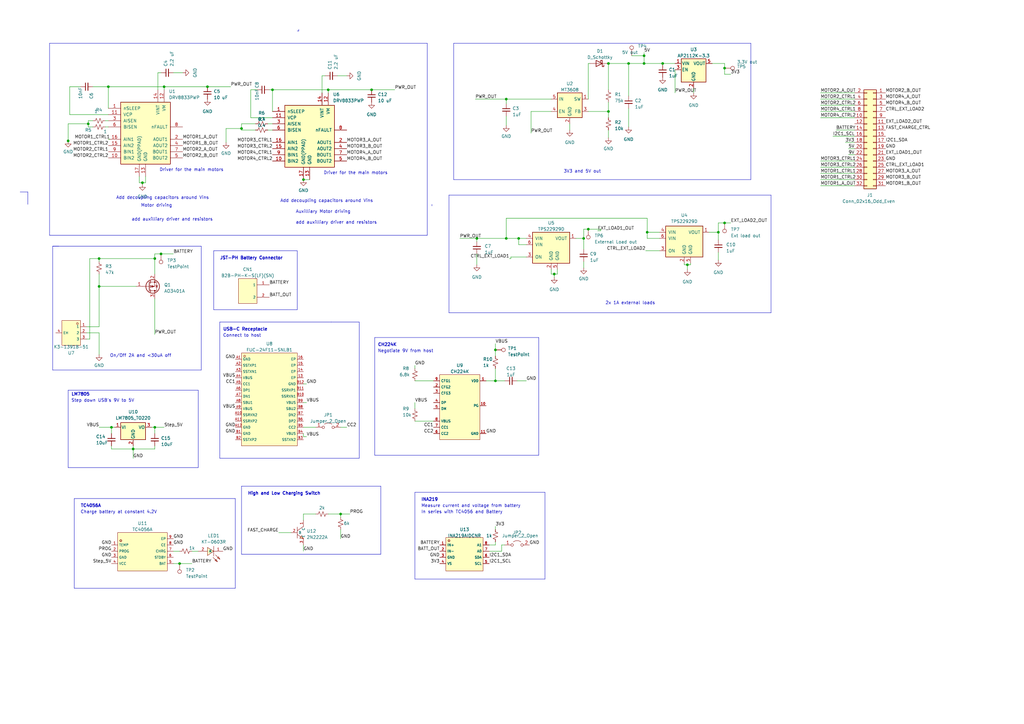
<source format=kicad_sch>
(kicad_sch (version 20230121) (generator eeschema)
  (paper "A3")
  (title_block (title "Power Supply Circuit") (date "2025-03-22"))
  (lib_symbols
    (symbol "CH224K:CH224K"
      (property "Reference" "U" (at 0 1.27 0))
      (property "Value" "CH224K" (at 0 -2.54 0))
      (symbol "CH224K_0_1"
        (pin unspecified line (at 10.16 10.16 180) (length 2.54) (name "VDD") (number "1"))
        (pin unspecified line (at 10.16 0 180) (length 2.54) (name "PG") (number "10"))
        (pin unspecified line (at 10.16 -11.43 180) (length 2.54) (name "GND") (number "11"))
        (pin unspecified line (at -11.43 7.62 0) (length 2.54) (name "CFG2") (number "2"))
        (pin unspecified line (at -11.43 5.08 0) (length 2.54) (name "CFG3") (number "3"))
        (pin unspecified line (at -11.43 1.27 0) (length 2.54) (name "DP") (number "4"))
        (pin unspecified line (at -11.43 -1.27 0) (length 2.54) (name "DM") (number "5"))
        (pin unspecified line (at -11.43 -11.43 0) (length 2.54) (name "CC2") (number "6"))
        (pin unspecified line (at -11.43 -8.89 0) (length 2.54) (name "CC1") (number "7"))
        (pin unspecified line (at -11.43 -6.35 0) (length 2.54) (name "VBUS") (number "8"))
        (pin unspecified line (at -11.43 10.16 0) (length 2.54) (name "CFG1") (number "9"))
      )
    )
    (symbol "Connector:TestPoint" (pin_numbers hide) (pin_names (offset 0.762) hide)
      (property "Reference" "TP" (at 0 6.858 0))
      (property "Value" "TestPoint" (at 0 5.08 0))
      (symbol "TestPoint_1_1"
        (pin passive line (at 0 0 90) (length 2.54) (name "1") (number "1"))
      )
    )
    (symbol "Connector_Generic:Conn_02x16_Odd_Even" (pin_names (offset 1.016) hide)
      (property "Reference" "J" (at 1.27 20.32 0))
      (property "Value" "Conn_02x16_Odd_Even" (at 1.27 -22.86 0))
      (symbol "Conn_02x16_Odd_Even_1_1"
        (pin passive line (at -5.08 17.78 0) (length 3.81) (name "Pin_1") (number "1"))
        (pin passive line (at 7.62 7.62 180) (length 3.81) (name "Pin_10") (number "10"))
        (pin passive line (at -5.08 5.08 0) (length 3.81) (name "Pin_11") (number "11"))
        (pin passive line (at 7.62 5.08 180) (length 3.81) (name "Pin_12") (number "12"))
        (pin passive line (at -5.08 2.54 0) (length 3.81) (name "Pin_13") (number "13"))
        (pin passive line (at 7.62 2.54 180) (length 3.81) (name "Pin_14") (number "14"))
        (pin passive line (at -5.08 0 0) (length 3.81) (name "Pin_15") (number "15"))
        (pin passive line (at 7.62 0 180) (length 3.81) (name "Pin_16") (number "16"))
        (pin passive line (at -5.08 -2.54 0) (length 3.81) (name "Pin_17") (number "17"))
        (pin passive line (at 7.62 -2.54 180) (length 3.81) (name "Pin_18") (number "18"))
        (pin passive line (at -5.08 -5.08 0) (length 3.81) (name "Pin_19") (number "19"))
        (pin passive line (at 7.62 17.78 180) (length 3.81) (name "Pin_2") (number "2"))
        (pin passive line (at 7.62 -5.08 180) (length 3.81) (name "Pin_20") (number "20"))
        (pin passive line (at -5.08 -7.62 0) (length 3.81) (name "Pin_21") (number "21"))
        (pin passive line (at 7.62 -7.62 180) (length 3.81) (name "Pin_22") (number "22"))
        (pin passive line (at -5.08 -10.16 0) (length 3.81) (name "Pin_23") (number "23"))
        (pin passive line (at 7.62 -10.16 180) (length 3.81) (name "Pin_24") (number "24"))
        (pin passive line (at -5.08 -12.7 0) (length 3.81) (name "Pin_25") (number "25"))
        (pin passive line (at 7.62 -12.7 180) (length 3.81) (name "Pin_26") (number "26"))
        (pin passive line (at -5.08 -15.24 0) (length 3.81) (name "Pin_27") (number "27"))
        (pin passive line (at 7.62 -15.24 180) (length 3.81) (name "Pin_28") (number "28"))
        (pin passive line (at -5.08 -17.78 0) (length 3.81) (name "Pin_29") (number "29"))
        (pin passive line (at -5.08 15.24 0) (length 3.81) (name "Pin_3") (number "3"))
        (pin passive line (at 7.62 -17.78 180) (length 3.81) (name "Pin_30") (number "30"))
        (pin passive line (at -5.08 -20.32 0) (length 3.81) (name "Pin_31") (number "31"))
        (pin passive line (at 7.62 -20.32 180) (length 3.81) (name "Pin_32") (number "32"))
        (pin passive line (at 7.62 15.24 180) (length 3.81) (name "Pin_4") (number "4"))
        (pin passive line (at -5.08 12.7 0) (length 3.81) (name "Pin_5") (number "5"))
        (pin passive line (at 7.62 12.7 180) (length 3.81) (name "Pin_6") (number "6"))
        (pin passive line (at -5.08 10.16 0) (length 3.81) (name "Pin_7") (number "7"))
        (pin passive line (at 7.62 10.16 180) (length 3.81) (name "Pin_8") (number "8"))
        (pin passive line (at -5.08 7.62 0) (length 3.81) (name "Pin_9") (number "9"))
      )
    )
    (symbol "Device:C_Small" (pin_numbers hide) (pin_names (offset 0.254) hide)
      (property "Reference" "C" (at 0.254 1.778 0))
      (property "Value" "C_Small" (at 0.254 -2.032 0))
      (symbol "C_Small_1_1"
        (pin passive line (at 0 2.54 270) (length 2.032) (name "~") (number "1"))
        (pin passive line (at 0 -2.54 90) (length 2.032) (name "~") (number "2"))
      )
    )
    (symbol "Device:D_Schottky" (pin_numbers hide) (pin_names (offset 1.016) hide)
      (property "Reference" "D" (at 0 2.54 0))
      (property "Value" "D_Schottky" (at 0 -2.54 0))
      (symbol "D_Schottky_1_1"
        (pin passive line (at -3.81 0 0) (length 2.54) (name "K") (number "1"))
        (pin passive line (at 3.81 0 180) (length 2.54) (name "A") (number "2"))
      )
    )
    (symbol "Device:R_Small_US" (pin_numbers hide) (pin_names (offset 0.254) hide)
      (property "Reference" "R" (at 0.762 0.508 0))
      (property "Value" "R_Small_US" (at 0.762 -1.016 0))
      (symbol "R_Small_US_1_1"
        (pin passive line (at 0 2.54 270) (length 1.016) (name "~") (number "1"))
        (pin passive line (at 0 -2.54 90) (length 1.016) (name "~") (number "2"))
      )
    )
    (symbol "Driver_Motor:DRV8833PWP" (pin_names (offset 1.016))
      (property "Reference" "U" (at -3.81 16.51 0))
      (property "Value" "DRV8833PWP" (at -3.81 13.97 0))
      (symbol "DRV8833PWP_1_1"
        (pin input line (at -15.24 10.16 0) (length 5.08) (name "nSLEEP") (number "1"))
        (pin input line (at -15.24 -10.16 0) (length 5.08) (name "BIN2") (number "10"))
        (pin bidirectional line (at -15.24 7.62 0) (length 5.08) (name "VCP") (number "11"))
        (pin power_in line (at 7.62 17.78 270) (length 5.08) (name "VM") (number "12"))
        (pin power_in line (at 0 -17.78 90) (length 5.08) (name "GND") (number "13"))
        (pin power_in line (at 5.08 17.78 270) (length 5.08) (name "VINT") (number "14"))
        (pin input line (at -15.24 -5.08 0) (length 5.08) (name "AIN2") (number "15"))
        (pin input line (at -15.24 -2.54 0) (length 5.08) (name "AIN1") (number "16"))
        (pin power_in line (at -2.54 -17.78 90) (length 5.08) (name "GND(PPAD)") (number "17"))
        (pin power_out line (at 15.24 -2.54 180) (length 5.08) (name "AOUT1") (number "2"))
        (pin bidirectional line (at -15.24 5.08 0) (length 5.08) (name "AISEN") (number "3"))
        (pin power_out line (at 15.24 -5.08 180) (length 5.08) (name "AOUT2") (number "4"))
        (pin power_out line (at 15.24 -10.16 180) (length 5.08) (name "BOUT2") (number "5"))
        (pin bidirectional line (at -15.24 2.54 0) (length 5.08) (name "BISEN") (number "6"))
        (pin power_out line (at 15.24 -7.62 180) (length 5.08) (name "BOUT1") (number "7"))
        (pin open_collector line (at 15.24 2.54 180) (length 5.08) (name "nFAULT") (number "8"))
        (pin input line (at -15.24 -7.62 0) (length 5.08) (name "BIN1") (number "9"))
      )
    )
    (symbol "FUC-24F11-SNLB1:FUC-24F11-SNLB1"
      (property "Reference" "U" (at 0 1.27 0))
      (property "Value" "FUC-24F11-SNLB1" (at 0 -2.54 0))
      (symbol "FUC-24F11-SNLB1_0_1"
        (pin unspecified line (at 13.97 8.89 180) (length 2.54) (name "EP") (number "13"))
        (pin unspecified line (at 13.97 11.43 180) (length 2.54) (name "EP") (number "14"))
        (pin unspecified line (at 13.97 13.97 180) (length 2.54) (name "EP") (number "15"))
        (pin unspecified line (at 13.97 16.51 180) (length 2.54) (name "EP") (number "16"))
        (pin unspecified line (at -13.97 16.51 0) (length 2.54) (name "GND") (number "A1"))
        (pin unspecified line (at -13.97 -6.35 0) (length 2.54) (name "SSRXN2") (number "A10"))
        (pin unspecified line (at -13.97 -8.89 0) (length 2.54) (name "SSRXP2") (number "A11"))
        (pin unspecified line (at -13.97 -11.43 0) (length 2.54) (name "GND") (number "A12"))
        (pin unspecified line (at -13.97 13.97 0) (length 2.54) (name "SSTXP1") (number "A2"))
        (pin unspecified line (at -13.97 11.43 0) (length 2.54) (name "SSTXN1") (number "A3"))
        (pin unspecified line (at -13.97 8.89 0) (length 2.54) (name "VBUS") (number "A4"))
        (pin unspecified line (at -13.97 6.35 0) (length 2.54) (name "CC1") (number "A5"))
        (pin unspecified line (at -13.97 3.81 0) (length 2.54) (name "DP1") (number "A6"))
        (pin unspecified line (at -13.97 1.27 0) (length 2.54) (name "DN1") (number "A7"))
        (pin unspecified line (at -13.97 -1.27 0) (length 2.54) (name "SBU1") (number "A8"))
        (pin unspecified line (at -13.97 -3.81 0) (length 2.54) (name "VBUS") (number "A9"))
        (pin unspecified line (at -13.97 -13.97 0) (length 2.54) (name "GND") (number "B1"))
        (pin unspecified line (at 13.97 1.27 180) (length 2.54) (name "SSRXN1") (number "B10"))
        (pin unspecified line (at 13.97 3.81 180) (length 2.54) (name "SSRXP1") (number "B11"))
        (pin unspecified line (at 13.97 6.35 180) (length 2.54) (name "GND") (number "B12"))
        (pin unspecified line (at -13.97 -16.51 0) (length 2.54) (name "SSTXP2") (number "B2"))
        (pin unspecified line (at 13.97 -16.51 180) (length 2.54) (name "SSTXN2") (number "B3"))
        (pin unspecified line (at 13.97 -13.97 180) (length 2.54) (name "VBUS") (number "B4"))
        (pin unspecified line (at 13.97 -11.43 180) (length 2.54) (name "CC2") (number "B5"))
        (pin unspecified line (at 13.97 -8.89 180) (length 2.54) (name "DP2") (number "B6"))
        (pin unspecified line (at 13.97 -6.35 180) (length 2.54) (name "DN2") (number "B7"))
        (pin unspecified line (at 13.97 -3.81 180) (length 2.54) (name "SBU2") (number "B8"))
        (pin unspecified line (at 13.97 -1.27 180) (length 2.54) (name "VBUS") (number "B9"))
      )
    )
    (symbol "INA219AIDCNR:INA219AIDCNR"
      (property "Reference" "U" (at 0 1.27 0))
      (property "Value" "INA219AIDCNR" (at 0 -2.54 0))
      (symbol "INA219AIDCNR_0_1"
        (pin unspecified line (at -10.16 3.81 0) (length 2.54) (name "IN+") (number "1"))
        (pin unspecified line (at -10.16 1.27 0) (length 2.54) (name "IN-") (number "2"))
        (pin unspecified line (at -10.16 -1.27 0) (length 2.54) (name "GND") (number "3"))
        (pin unspecified line (at -10.16 -3.81 0) (length 2.54) (name "VS") (number "4"))
        (pin unspecified line (at 10.16 -3.81 180) (length 2.54) (name "SCL") (number "5"))
        (pin unspecified line (at 10.16 -1.27 180) (length 2.54) (name "SDA") (number "6"))
        (pin unspecified line (at 10.16 1.27 180) (length 2.54) (name "A0") (number "7"))
        (pin unspecified line (at 10.16 3.81 180) (length 2.54) (name "A1") (number "8"))
      )
    )
    (symbol "Jumper:Jumper_2_Open" (pin_names (offset 0) hide)
      (property "Reference" "JP" (at 0 2.794 0))
      (property "Value" "Jumper_2_Open" (at 0 -2.286 0))
      (symbol "Jumper_2_Open_1_1"
        (pin passive line (at -5.08 0 0) (length 2.54) (name "A") (number "1"))
        (pin passive line (at 5.08 0 180) (length 2.54) (name "B") (number "2"))
      )
    )
    (symbol "Power_Management:TPS22929D" (pin_names (offset 1.016))
      (property "Reference" "U" (at -7.62 8.89 0))
      (property "Value" "TPS22929D" (at 7.62 8.89 0))
      (symbol "TPS22929D_1_1"
        (pin power_out line (at 10.16 5.08 180) (length 2.54) (name "VOUT") (number "1"))
        (pin power_in line (at 0 -7.62 90) (length 2.54) (name "GND") (number "2"))
        (pin input line (at -10.16 -2.54 0) (length 2.54) (name "ON") (number "3"))
        (pin power_in line (at -10.16 5.08 0) (length 2.54) (name "VIN") (number "4"))
        (pin power_in line (at 2.54 -7.62 90) (length 2.54) (name "GND") (number "5"))
        (pin power_in line (at -10.16 2.54 0) (length 2.54) (name "VIN") (number "6"))
      )
    )
    (symbol "Regulator_Linear:AP2112K-3.3" (pin_names (offset 0.254))
      (property "Reference" "U" (at -5.08 5.715 0))
      (property "Value" "AP2112K-3.3" (at 0 5.715 0))
      (symbol "AP2112K-3.3_1_1"
        (pin power_in line (at -7.62 2.54 0) (length 2.54) (name "VIN") (number "1"))
        (pin power_in line (at 0 -7.62 90) (length 2.54) (name "GND") (number "2"))
        (pin input line (at -7.62 0 0) (length 2.54) (name "EN") (number "3"))
        (pin no_connect line (at 5.08 0 180) (length 2.54) hide (name "NC") (number "4"))
        (pin power_out line (at 7.62 2.54 180) (length 2.54) (name "VOUT") (number "5"))
      )
    )
    (symbol "Regulator_Linear:LM7805_TO220" (pin_names (offset 0.254))
      (property "Reference" "U" (at -3.81 3.175 0))
      (property "Value" "LM7805_TO220" (at 0 3.175 0))
      (symbol "LM7805_TO220_1_1"
        (pin power_in line (at -7.62 0 0) (length 2.54) (name "VI") (number "1"))
        (pin power_in line (at 0 -7.62 90) (length 2.54) (name "GND") (number "2"))
        (pin power_out line (at 7.62 0 180) (length 2.54) (name "VO") (number "3"))
      )
    )
    (symbol "Regulator_Switching:MT3608"
      (property "Reference" "U" (at -2.54 8.89 0))
      (property "Value" "MT3608" (at -3.81 6.35 0))
      (symbol "MT3608_1_1"
        (pin passive line (at 7.62 2.54 180) (length 2.54) (name "SW") (number "1"))
        (pin power_in line (at 0 -7.62 90) (length 2.54) (name "GND") (number "2"))
        (pin input line (at 7.62 -2.54 180) (length 2.54) (name "FB") (number "3"))
        (pin input line (at -7.62 -2.54 0) (length 2.54) (name "EN") (number "4"))
        (pin power_in line (at -7.62 2.54 0) (length 2.54) (name "IN") (number "5"))
        (pin no_connect line (at 5.08 0 180) (length 2.54) hide (name "NC") (number "6"))
      )
    )
    (symbol "Slide Switch Korean Hroparts Elec:K3-1391B-51"
      (property "Reference" "U" (at 0 1.27 0))
      (property "Value" "K3-1391B-51" (at 0 -2.54 0))
      (symbol "K3-1391B-51_0_1"
        (pin unspecified line (at -6.35 2.54 0) (length 2.54) (name "1") (number "1"))
        (pin unspecified line (at -6.35 0 0) (length 2.54) (name "2") (number "2"))
        (pin unspecified line (at -6.35 -2.54 0) (length 2.54) (name "3") (number "3"))
        (pin unspecified line (at 6.35 0 180) (length 2.54) (name "EH") (number "4"))
      )
    )
    (symbol "Transistor_FET:AO3401A" (pin_names hide)
      (property "Reference" "Q" (at 5.08 1.905 0))
      (property "Value" "AO3401A" (at 5.08 0 0))
      (symbol "AO3401A_1_1"
        (pin input line (at -5.08 0 0) (length 2.54) (name "G") (number "1"))
        (pin passive line (at 2.54 -5.08 90) (length 2.54) (name "S") (number "2"))
        (pin passive line (at 2.54 5.08 270) (length 2.54) (name "D") (number "3"))
      )
    )
    (symbol "batt_conn:B2B-PH-K-S(LF)(SN)"
      (property "Reference" "CN" (at 0 1.27 0))
      (property "Value" "B2B-PH-K-S(LF)(SN)" (at 0 -2.54 0))
      (symbol "B2B-PH-K-S(LF)(SN)_0_1"
        (pin input line (at 6.35 2.54 180) (length 5.08) (name "1") (number "1"))
        (pin input line (at 6.35 -2.54 180) (length 5.08) (name "2") (number "2"))
      )
    )
    (symbol "led101:KT-0603R"
      (property "Reference" "LED" (at 0 1.27 0))
      (property "Value" "KT-0603R" (at 0 -2.54 0))
      (symbol "KT-0603R_0_1"
        (pin unspecified line (at -5.08 0 0) (length 3.81) (name "K") (number "1"))
        (pin unspecified line (at 5.08 0 180) (length 3.81) (name "A") (number "2"))
      )
    )
    (symbol "npn:2N2222A"
      (property "Reference" "U" (at 0 1.27 0))
      (property "Value" "2N2222A" (at 0 -2.54 0))
      (symbol "2N2222A_0_1"
        (pin unspecified line (at 2.54 5.08 270) (length 2.54) (name "C") (number "1"))
        (pin unspecified line (at -2.54 0 0) (length 2.54) (name "B") (number "2"))
        (pin unspecified line (at 2.54 -5.08 90) (length 2.54) (name "E") (number "3"))
      )
    )
    (symbol "power:GND" (power) (pin_names (offset 0))
      (property "Value" "GND" (at 0 -3.81 0))
      (symbol "GND_1_1"
        (pin power_in line (at 0 0 270) (length 0) hide (name "GND") (number "1"))
      )
    )
    (symbol "tc4056:TC4056A"
      (property "Reference" "U" (at 0 1.27 0))
      (property "Value" "TC4056A" (at 0 -2.54 0))
      (symbol "TC4056A_0_1"
        (pin unspecified line (at -12.7 3.81 0) (length 2.54) (name "TEMP") (number "1"))
        (pin unspecified line (at -12.7 1.27 0) (length 2.54) (name "PROG") (number "2"))
        (pin unspecified line (at -12.7 -1.27 0) (length 2.54) (name "GND") (number "3"))
        (pin unspecified line (at -12.7 -3.81 0) (length 2.54) (name "VCC") (number "4"))
        (pin unspecified line (at 12.7 -3.81 180) (length 2.54) (name "BAT") (number "5"))
        (pin unspecified line (at 12.7 -1.27 180) (length 2.54) (name "STDBY") (number "6"))
        (pin unspecified line (at 12.7 1.27 180) (length 2.54) (name "CHRG") (number "7"))
        (pin unspecified line (at 12.7 3.81 180) (length 2.54) (name "CE") (number "8"))
        (pin unspecified line (at 12.7 6.35 180) (length 2.54) (name "EP") (number "9"))
      )
    )
  )
  (junction (at 207.645 40.64))
  (junction (at 281.94 108.585))
  (junction (at 257.81 26.035))
  (junction (at 124.46 73.66))
  (junction (at 45.72 175.26))
  (junction (at 203.2 156.21))
  (junction (at 264.16 22.86))
  (junction (at 297.18 27.94))
  (junction (at 241.3 93.98))
  (junction (at 294.64 95.25))
  (junction (at 203.2 143.51))
  (junction (at 249.555 45.72))
  (junction (at 297.18 91.44))
  (junction (at 239.395 97.79))
  (junction (at 73.66 231.14))
  (junction (at 111.76 36.83))
  (junction (at 44.45 35.56))
  (junction (at 63.5 106.045))
  (junction (at 195.58 97.79))
  (junction (at 152.4 36.83))
  (junction (at 271.78 26.035))
  (junction (at 134.62 36.83))
  (junction (at 67.31 35.56))
  (junction (at 63.5 175.26))
  (junction (at 265.43 95.25))
  (junction (at 249.555 26.035))
  (junction (at 40.64 117.475))
  (junction (at 58.42 74.93))
  (junction (at 36.195 50.8))
  (junction (at 27.94 57.785))
  (junction (at 99.06 52.705))
  (junction (at 227.33 112.395))
  (junction (at 85.09 35.56))
  (junction (at 207.645 97.79))
  (junction (at 212.725 97.79))
  (junction (at 40.64 106.045))
  (junction (at 66.04 104.14))
  (junction (at 264.16 26.035))
  (junction (at 54.61 184.15))
  (junction (at 139.7 210.82))
  (wire (pts (xy 67.31 36.83) (xy 67.31 35.56)))
  (wire (pts (xy 336.55 43.18) (xy 350.52 43.18)))
  (wire (pts (xy 104.775 50.8) (xy 99.06 50.8)))
  (wire (pts (xy 212.725 100.33) (xy 212.725 97.79)))
  (wire (pts (xy 205.74 223.52) (xy 205.74 226.06)))
  (wire (pts (xy 264.16 21.59) (xy 264.16 22.86)))
  (wire (pts (xy 239.395 93.98) (xy 241.3 93.98)))
  (wire (pts (xy 62.23 175.26) (xy 63.5 175.26)))
  (wire (pts (xy 203.2 223.52) (xy 203.2 222.25)))
  (wire (pts (xy 27.94 50.8) (xy 27.94 57.785)))
  (wire (pts (xy 264.16 22.86) (xy 264.16 26.035)))
  (wire (pts (xy 63.5 122.555) (xy 63.5 137.16)))
  (polyline (pts (xy 99.06 199.39) (xy 99.06 227.33)))
  (wire (pts (xy 102.87 48.26) (xy 111.76 48.26)))
  (wire (pts (xy 44.45 35.56) (xy 38.1 35.56)))
  (wire (pts (xy 228.6 110.49) (xy 228.6 112.395)))
  (wire (pts (xy 36.195 49.53) (xy 36.195 50.8)))
  (wire (pts (xy 99.06 53.34) (xy 104.775 53.34)))
  (wire (pts (xy 215.9 100.33) (xy 212.725 100.33)))
  (polyline (pts (xy 99.06 199.39) (xy 156.21 199.39)))
  (wire (pts (xy 35.56 136.525) (xy 40.64 136.525)))
  (wire (pts (xy 170.18 165.1) (xy 170.18 167.64)))
  (wire (pts (xy 207.645 40.64) (xy 226.06 40.64)))
  (wire (pts (xy 297.18 30.48) (xy 297.18 27.94)))
  (wire (pts (xy 40.64 106.045) (xy 63.5 106.045)))
  (wire (pts (xy 71.12 29.845) (xy 74.93 29.845)))
  (wire (pts (xy 54.61 182.88) (xy 54.61 184.15)))
  (wire (pts (xy 276.86 28.575) (xy 276.86 38.1)))
  (wire (pts (xy 27.94 50.8) (xy 36.195 50.8)))
  (wire (pts (xy 265.43 95.25) (xy 265.43 97.79)))
  (wire (pts (xy 66.04 104.14) (xy 71.12 104.14)))
  (polyline (pts (xy 153.67 138.43) (xy 153.67 186.69)))
  (wire (pts (xy 284.48 36.195) (xy 284.48 38.1)))
  (polyline (pts (xy 90.17 132.08) (xy 135.89 132.08)))
  (polyline (pts (xy 223.52 201.93) (xy 223.52 237.49)))
  (wire (pts (xy 54.61 184.15) (xy 63.5 184.15)))
  (wire (pts (xy 59.69 74.93) (xy 58.42 74.93)))
  (polyline (pts (xy 11.43 78.74) (xy 8.255 78.74)))
  (wire (pts (xy 336.55 66.04) (xy 350.52 66.04)))
  (wire (pts (xy 40.64 112.395) (xy 40.64 117.475)))
  (polyline (pts (xy 27.94 191.77) (xy 81.28 191.77)))
  (polyline (pts (xy 316.23 80.01) (xy 316.23 128.27)))
  (wire (pts (xy 297.18 30.48) (xy 299.72 30.48)))
  (wire (pts (xy 63.5 175.26) (xy 63.5 177.8)))
  (wire (pts (xy 73.66 231.14) (xy 71.12 231.14)))
  (wire (pts (xy 239.395 107.315) (xy 239.395 109.855)))
  (polyline (pts (xy 90.17 187.96) (xy 147.32 187.96)))
  (wire (pts (xy 102.87 36.83) (xy 105.41 36.83)))
  (wire (pts (xy 63.5 112.395) (xy 63.5 106.045)))
  (wire (pts (xy 40.64 107.315) (xy 40.64 106.045)))
  (wire (pts (xy 264.795 102.87) (xy 270.51 102.87)))
  (wire (pts (xy 297.18 26.035) (xy 292.1 26.035)))
  (wire (pts (xy 257.81 26.035) (xy 257.81 39.37)))
  (wire (pts (xy 124.46 226.06) (xy 124.46 223.52)))
  (wire (pts (xy 203.2 156.21) (xy 207.01 156.21)))
  (polyline (pts (xy 30.48 204.47) (xy 96.52 204.47)))
  (wire (pts (xy 44.45 35.56) (xy 67.31 35.56)))
  (wire (pts (xy 58.42 74.93) (xy 58.42 75.565)))
  (wire (pts (xy 283.21 107.95) (xy 283.21 108.585)))
  (wire (pts (xy 43.18 52.07) (xy 44.45 52.07)))
  (wire (pts (xy 40.64 136.525) (xy 40.64 145.415)))
  (wire (pts (xy 209.55 105.41) (xy 209.55 106.045)))
  (wire (pts (xy 132.08 31.115) (xy 132.08 38.1)))
  (polyline (pts (xy 87.63 102.87) (xy 87.63 127)))
  (wire (pts (xy 207.645 97.79) (xy 207.645 89.535)))
  (wire (pts (xy 43.18 49.53) (xy 44.45 49.53)))
  (wire (pts (xy 271.78 26.035) (xy 271.78 26.67)))
  (wire (pts (xy 40.64 175.26) (xy 45.72 175.26)))
  (polyline (pts (xy 316.23 128.27) (xy 184.15 128.27)))
  (wire (pts (xy 203.2 140.97) (xy 203.2 143.51)))
  (polyline (pts (xy 223.52 237.49) (xy 170.18 237.49)))
  (wire (pts (xy 249.555 53.34) (xy 249.555 56.515)))
  (polyline (pts (xy 82.55 100.965) (xy 82.55 151.765)))
  (wire (pts (xy 199.39 156.21) (xy 203.2 156.21)))
  (polyline (pts (xy 122.555 12.7) (xy 122.555 12.065)))
  (wire (pts (xy 134.62 210.82) (xy 139.7 210.82)))
  (wire (pts (xy 246.38 93.98) (xy 246.38 94.615)))
  (wire (pts (xy 264.16 26.035) (xy 271.78 26.035)))
  (wire (pts (xy 236.22 97.79) (xy 239.395 97.79)))
  (wire (pts (xy 212.09 156.21) (xy 215.9 156.21)))
  (wire (pts (xy 265.43 95.25) (xy 270.51 95.25)))
  (wire (pts (xy 36.83 106.045) (xy 40.64 106.045)))
  (polyline (pts (xy 96.52 241.3) (xy 30.48 241.3)))
  (wire (pts (xy 205.74 226.06) (xy 200.66 226.06)))
  (wire (pts (xy 85.09 35.56) (xy 94.615 35.56)))
  (polyline (pts (xy 27.94 160.02) (xy 81.28 160.02)))
  (polyline (pts (xy 121.92 127) (xy 121.92 102.87)))
  (wire (pts (xy 134.62 36.83) (xy 152.4 36.83)))
  (wire (pts (xy 109.855 53.34) (xy 111.76 53.34)))
  (wire (pts (xy 45.72 175.26) (xy 46.99 175.26)))
  (wire (pts (xy 336.55 73.66) (xy 350.52 73.66)))
  (wire (pts (xy 290.83 95.25) (xy 294.64 95.25)))
  (polyline (pts (xy 170.18 201.93) (xy 223.52 201.93)))
  (wire (pts (xy 203.2 151.13) (xy 203.2 156.21)))
  (wire (pts (xy 200.66 223.52) (xy 203.2 223.52)))
  (polyline (pts (xy 186.055 17.78) (xy 307.975 17.78)))
  (wire (pts (xy 111.76 36.83) (xy 134.62 36.83)))
  (wire (pts (xy 110.49 36.83) (xy 111.76 36.83)))
  (wire (pts (xy 102.87 48.26) (xy 102.87 36.83)))
  (wire (pts (xy 35.56 133.985) (xy 40.64 133.985)))
  (polyline (pts (xy 170.18 237.49) (xy 170.18 201.93)))
  (wire (pts (xy 139.7 217.17) (xy 139.7 220.98)))
  (wire (pts (xy 212.725 97.79) (xy 215.9 97.79)))
  (wire (pts (xy 241.3 26.035) (xy 241.935 26.035)))
  (wire (pts (xy 271.78 26.035) (xy 276.86 26.035)))
  (wire (pts (xy 36.195 49.53) (xy 38.1 49.53)))
  (wire (pts (xy 294.64 91.44) (xy 294.64 95.25)))
  (wire (pts (xy 78.74 226.06) (xy 81.28 226.06)))
  (wire (pts (xy 124.46 210.82) (xy 129.54 210.82)))
  (wire (pts (xy 125.73 157.48) (xy 124.46 157.48)))
  (wire (pts (xy 241.3 93.98) (xy 246.38 93.98)))
  (wire (pts (xy 249.555 26.035) (xy 249.555 36.83)))
  (wire (pts (xy 170.18 156.21) (xy 177.8 156.21)))
  (wire (pts (xy 347.98 63.5) (xy 350.52 63.5)))
  (wire (pts (xy 139.7 210.82) (xy 143.51 210.82)))
  (polyline (pts (xy 307.975 73.66) (xy 307.975 17.78)))
  (wire (pts (xy 125.73 165.1) (xy 124.46 165.1)))
  (wire (pts (xy 336.55 71.12) (xy 350.52 71.12)))
  (wire (pts (xy 280.67 108.585) (xy 281.94 108.585)))
  (wire (pts (xy 124.46 179.07) (xy 124.46 177.8)))
  (wire (pts (xy 45.085 57.15) (xy 44.45 57.15)))
  (wire (pts (xy 142.24 175.26) (xy 139.7 175.26)))
  (wire (pts (xy 233.68 50.8) (xy 233.68 53.34)))
  (wire (pts (xy 33.02 35.56) (xy 28.575 35.56)))
  (wire (pts (xy 67.31 35.56) (xy 85.09 35.56)))
  (polyline (pts (xy 90.17 132.08) (xy 90.17 187.96)))
  (wire (pts (xy 57.15 74.93) (xy 57.15 72.39)))
  (polyline (pts (xy 184.15 80.01) (xy 316.23 80.01)))
  (wire (pts (xy 40.64 117.475) (xy 40.64 133.985)))
  (polyline (pts (xy 153.67 138.43) (xy 220.98 138.43)))
  (wire (pts (xy 209.55 106.045) (xy 208.915 106.045)))
  (wire (pts (xy 257.81 44.45) (xy 257.81 52.07)))
  (wire (pts (xy 336.55 76.2) (xy 350.52 76.2)))
  (wire (pts (xy 195.58 97.79) (xy 195.58 99.06)))
  (wire (pts (xy 111.76 50.8) (xy 109.855 50.8)))
  (polyline (pts (xy 177.165 83.82) (xy 177.165 84.455)))
  (polyline (pts (xy 82.55 151.765) (xy 21.59 151.765)))
  (wire (pts (xy 194.945 40.64) (xy 207.645 40.64)))
  (wire (pts (xy 28.575 35.56) (xy 28.575 46.99)))
  (wire (pts (xy 188.595 97.79) (xy 195.58 97.79)))
  (wire (pts (xy 170.18 149.86) (xy 170.18 151.13)))
  (wire (pts (xy 99.06 50.8) (xy 99.06 52.705)))
  (wire (pts (xy 249.555 26.035) (xy 257.81 26.035)))
  (wire (pts (xy 294.64 95.25) (xy 294.64 98.425)))
  (polyline (pts (xy 186.055 17.78) (xy 186.055 73.66)))
  (wire (pts (xy 239.395 93.98) (xy 239.395 97.79)))
  (wire (pts (xy 36.195 50.8) (xy 36.195 52.07)))
  (wire (pts (xy 203.2 215.9) (xy 203.2 217.17)))
  (wire (pts (xy 265.43 89.535) (xy 265.43 95.25)))
  (wire (pts (xy 281.94 108.585) (xy 283.21 108.585)))
  (polyline (pts (xy 175.26 17.78) (xy 20.32 17.78)))
  (wire (pts (xy 294.64 103.505) (xy 294.64 106.68)))
  (wire (pts (xy 133.35 31.115) (xy 132.08 31.115)))
  (wire (pts (xy 207.01 223.52) (xy 205.74 223.52)))
  (wire (pts (xy 207.645 47.625) (xy 207.645 51.435)))
  (wire (pts (xy 226.06 112.395) (xy 227.33 112.395)))
  (polyline (pts (xy 96.52 204.47) (xy 96.52 241.3)))
  (polyline (pts (xy 21.59 100.965) (xy 82.55 100.965)))
  (polyline (pts (xy 99.06 227.33) (xy 156.21 227.33)))
  (wire (pts (xy 54.61 184.15) (xy 54.61 187.96)))
  (polyline (pts (xy 20.32 17.78) (xy 20.32 96.52)))
  (wire (pts (xy 152.4 36.83) (xy 161.925 36.83)))
  (wire (pts (xy 170.18 172.72) (xy 177.8 172.72)))
  (polyline (pts (xy 87.63 127) (xy 121.92 127)))
  (polyline (pts (xy 147.32 132.08) (xy 147.32 187.96)))
  (polyline (pts (xy 121.92 12.7) (xy 122.555 12.7)))
  (polyline (pts (xy 81.28 191.77) (xy 81.28 160.02)))
  (polyline (pts (xy 135.89 132.08) (xy 147.32 132.08)))
  (wire (pts (xy 35.56 139.065) (xy 36.83 139.065)))
  (wire (pts (xy 78.74 231.14) (xy 73.66 231.14)))
  (wire (pts (xy 45.72 184.15) (xy 54.61 184.15)))
  (wire (pts (xy 241.3 45.72) (xy 249.555 45.72)))
  (wire (pts (xy 63.5 175.26) (xy 67.31 175.26)))
  (wire (pts (xy 66.04 29.845) (xy 64.77 29.845)))
  (wire (pts (xy 114.3 218.44) (xy 119.38 218.44)))
  (polyline (pts (xy 11.43 83.82) (xy 11.43 78.74)))
  (wire (pts (xy 129.54 175.26) (xy 124.46 175.26)))
  (wire (pts (xy 226.06 45.72) (xy 217.805 45.72)))
  (wire (pts (xy 336.55 38.1) (xy 350.52 38.1)))
  (wire (pts (xy 40.64 117.475) (xy 55.88 117.475)))
  (wire (pts (xy 341.63 55.88) (xy 350.52 55.88)))
  (wire (pts (xy 239.395 97.79) (xy 239.395 102.235)))
  (wire (pts (xy 281.94 108.585) (xy 281.94 110.49)))
  (wire (pts (xy 342.9 53.34) (xy 350.52 53.34)))
  (polyline (pts (xy 156.21 227.33) (xy 156.21 199.39)))
  (wire (pts (xy 336.55 40.64) (xy 350.52 40.64)))
  (polyline (pts (xy 30.48 204.47) (xy 30.48 241.3)))
  (wire (pts (xy 227.33 112.395) (xy 227.33 113.665)))
  (wire (pts (xy 347.98 60.96) (xy 350.52 60.96)))
  (wire (pts (xy 294.64 91.44) (xy 297.18 91.44)))
  (wire (pts (xy 111.76 45.72) (xy 111.76 36.83)))
  (wire (pts (xy 297.18 27.94) (xy 297.18 26.035)))
  (wire (pts (xy 92.71 52.705) (xy 92.71 58.42)))
  (wire (pts (xy 27.94 57.785) (xy 27.94 58.42)))
  (polyline (pts (xy 87.63 102.87) (xy 121.92 102.87)))
  (polyline (pts (xy 153.67 186.69) (xy 220.98 186.69)))
  (wire (pts (xy 336.55 68.58) (xy 350.52 68.58)))
  (wire (pts (xy 134.62 38.1) (xy 134.62 36.83)))
  (wire (pts (xy 259.08 22.86) (xy 264.16 22.86)))
  (wire (pts (xy 257.81 26.035) (xy 264.16 26.035)))
  (wire (pts (xy 124.46 213.36) (xy 124.46 210.82)))
  (wire (pts (xy 249.555 45.72) (xy 249.555 48.26)))
  (wire (pts (xy 195.58 97.79) (xy 207.645 97.79)))
  (wire (pts (xy 203.2 143.51) (xy 203.2 146.05)))
  (wire (pts (xy 63.5 104.14) (xy 66.04 104.14)))
  (wire (pts (xy 124.46 73.66) (xy 127 73.66)))
  (wire (pts (xy 28.575 46.99) (xy 44.45 46.99)))
  (wire (pts (xy 45.72 177.8) (xy 45.72 175.26)))
  (polyline (pts (xy 175.26 96.52) (xy 175.26 17.78)))
  (wire (pts (xy 297.18 91.44) (xy 299.72 91.44)))
  (wire (pts (xy 346.71 58.42) (xy 350.52 58.42)))
  (polyline (pts (xy 184.15 80.01) (xy 184.15 128.27)))
  (polyline (pts (xy 220.98 138.43) (xy 220.98 186.69)))
  (wire (pts (xy 58.42 74.93) (xy 57.15 74.93)))
  (wire (pts (xy 227.33 112.395) (xy 228.6 112.395)))
  (wire (pts (xy 207.645 40.64) (xy 207.645 42.545)))
  (wire (pts (xy 64.77 29.845) (xy 64.77 36.83)))
  (wire (pts (xy 36.195 52.07) (xy 38.1 52.07)))
  (wire (pts (xy 99.06 52.705) (xy 99.06 53.34)))
  (wire (pts (xy 249.555 41.91) (xy 249.555 45.72)))
  (wire (pts (xy 241.3 40.64) (xy 241.3 26.035)))
  (polyline (pts (xy 21.59 151.765) (xy 21.59 100.965)))
  (wire (pts (xy 44.45 44.45) (xy 44.45 35.56)))
  (wire (pts (xy 45.72 182.88) (xy 45.72 184.15)))
  (wire (pts (xy 139.7 210.82) (xy 139.7 212.09)))
  (wire (pts (xy 215.9 105.41) (xy 209.55 105.41)))
  (wire (pts (xy 71.12 226.06) (xy 73.66 226.06)))
  (wire (pts (xy 125.73 179.07) (xy 124.46 179.07)))
  (wire (pts (xy 226.06 110.49) (xy 226.06 112.395)))
  (wire (pts (xy 63.5 182.88) (xy 63.5 184.15)))
  (wire (pts (xy 336.55 48.26) (xy 350.52 48.26)))
  (wire (pts (xy 270.51 97.79) (xy 265.43 97.79)))
  (wire (pts (xy 36.83 139.065) (xy 36.83 106.045)))
  (wire (pts (xy 280.67 107.95) (xy 280.67 108.585)))
  (wire (pts (xy 246.38 94.615) (xy 245.11 94.615)))
  (wire (pts (xy 207.645 97.79) (xy 212.725 97.79)))
  (wire (pts (xy 207.645 89.535) (xy 265.43 89.535)))
  (polyline (pts (xy 20.32 96.52) (xy 175.26 96.52)))
  (wire (pts (xy 59.69 72.39) (xy 59.69 74.93)))
  (wire (pts (xy 99.06 52.705) (xy 92.71 52.705)))
  (wire (pts (xy 195.58 108.585) (xy 195.58 104.14)))
  (wire (pts (xy 336.55 45.72) (xy 350.52 45.72)))
  (wire (pts (xy 138.43 31.115) (xy 142.24 31.115)))
  (polyline (pts (xy 21.59 100.965) (xy 24.13 100.965)))
  (wire (pts (xy 217.805 45.72) (xy 217.805 54.61)))
  (polyline (pts (xy 27.94 160.02) (xy 27.94 191.77)))
  (wire (pts (xy 63.5 104.14) (xy 63.5 106.045)))
  (polyline (pts (xy 186.055 73.66) (xy 307.975 73.66)))
  (text "Measure current and voltage from battery" (at 172.72 208.28 0) (effects (font (size 1.27 1.27)) (justify left bottom)))
  (text "In series with TC4056 and Battery" (at 172.72 210.82 0) (effects (font (size 1.27 1.27)) (justify left bottom)))
  (text "TC4056A" (at 33.02 208.28 0) (effects (font (size 1.27 1.27) bold) (justify left bottom)))
  (text "CH224K\n" (at 154.94 142.24 0) (effects (font (size 1.27 1.27) (thickness 0.254) bold) (justify left bottom)))
  (text "On/Off 2A and <30uA off" (at 45.085 146.685 0) (effects (font (size 1.27 1.27)) (justify left bottom)))
  (text "3V3 and 5V out\n" (at 231.14 71.12 0) (effects (font (size 1.27 1.27)) (justify left bottom)))
  (text "Add decoupling capacitors around Vins\n" (at 47.625 81.915 0) (effects (font (size 1.27 1.27)) (justify left bottom)))
  (text "LM7805" (at 29.21 162.56 0) (effects (font (size 1.27 1.27) (thickness 0.254) bold) (justify left bottom)))
  (text "Driver for the main motors" (at 65.405 70.485 0) (effects (font (size 1.27 1.27)) (justify left bottom)))
  (text "High and Low Charging Switch" (at 101.6 203.2 0) (effects (font (size 1.27 1.27) (thickness 0.254) bold) (justify left bottom)))
  (text "add auxilliary driver and resistors\n" (at 53.975 90.805 0) (effects (font (size 1.27 1.27)) (justify left bottom)))
  (text "INA219" (at 172.72 205.74 0) (effects (font (size 1.27 1.27) (thickness 0.254) bold) (justify left bottom)))
  (text "Charge battery at constant 4.2V" (at 33.02 210.82 0) (effects (font (size 1.27 1.27)) (justify left bottom)))
  (text "Negotiate 9V from host" (at 154.94 144.78 0) (effects (font (size 1.27 1.27)) (justify left bottom)))
  (text "Driver for the main motors" (at 132.715 71.755 0) (effects (font (size 1.27 1.27)) (justify left bottom)))
  (text "USB-C Receptacle" (at 91.44 135.89 0) (effects (font (size 1.27 1.27) bold) (justify left bottom)))
  (text "Step down USB's 9V to 5V" (at 29.21 165.1 0) (effects (font (size 1.27 1.27)) (justify left bottom)))
  (text "add auxilliary driver and resistors\n" (at 121.285 92.075 0) (effects (font (size 1.27 1.27)) (justify left bottom)))
  (text "2x 1A external loads\n" (at 248.285 125.095 0) (effects (font (size 1.27 1.27)) (justify left bottom)))
  (text "Auxilliary Motor driving\n" (at 121.285 87.63 0) (effects (font (size 1.27 1.27)) (justify left bottom)))
  (text "Add decoupling capacitors around Vins\n" (at 114.935 83.185 0) (effects (font (size 1.27 1.27)) (justify left bottom)))
  (text "JST-PH Battery Connector" (at 90.17 106.68 0) (effects (font (size 1.27 1.27) (thickness 0.254) bold) (justify left bottom)))
  (text "Motor driving\n" (at 57.785 85.09 0) (effects (font (size 1.27 1.27)) (justify left bottom)))
  (text "Connect to host" (at 91.44 138.43 0) (effects (font (size 1.27 1.27)) (justify left bottom)))
  (label "FAST_CHARGE" (at 114.3 218.44 180))
  (label "GND" (at 54.61 187.96 0))
  (label "Step_5V" (at 45.72 231.14 180))
  (label "VBUS" (at 40.64 175.26 180))
  (label "3V3" (at 203.2 215.9 0))
  (label "MOTOR1_CTRL2" (at 44.45 59.69 180))
  (label "MOTOR4_CTRL1" (at 336.55 45.72 0))
  (label "MOTOR2_B_OUT" (at 74.93 64.77 0))
  (label "GND" (at 139.7 220.98 0))
  (label "MOTOR4_CTRL1" (at 111.76 63.5 180))
  (label "5V" (at 264.16 21.59 0))
  (label "MOTOR4_B_OUT" (at 142.24 66.04 0))
  (label "3V3" (at 346.71 58.42 0))
  (label "PWR_OUT" (at 188.595 97.79 0))
  (label "GND" (at 45.72 228.6 180))
  (label "BATTERY" (at 71.12 104.14 0))
  (label "MOTOR4_A_OUT" (at 363.22 40.64 0))
  (label "MOTOR1_A_OUT" (at 74.93 57.15 0))
  (label "MOTOR2_B_OUT" (at 363.22 38.1 0))
  (label "GND" (at 363.22 60.96 0))
  (label "MOTOR1_CTRL1" (at 336.55 71.12 0))
  (label "GND" (at 45.72 223.52 180))
  (label "Step_5V" (at 67.31 175.26 0))
  (label "PWR_OUT" (at 276.86 38.1 0))
  (label "GND" (at 124.46 226.06 0))
  (label "FAST_CHARGE_CTRL" (at 363.22 53.34 0))
  (label "BATTERY" (at 180.34 223.52 180))
  (label "MOTOR3_CTRL1" (at 336.55 66.04 0))
  (label "PROG" (at 143.51 210.82 0))
  (label "EXT_LOAD2_OUT" (at 363.22 50.8 0))
  (label "VBUS" (at 96.52 154.94 180))
  (label "VBUS" (at 170.18 165.1 0))
  (label "GND" (at 125.73 157.48 0))
  (label "MOTOR4_CTRL2" (at 111.76 66.04 180))
  (label "PWR_OUT" (at 161.925 36.83 0))
  (label "EXT_LOAD1_OUT" (at 363.22 63.5 0))
  (label "MOTOR4_A_OUT" (at 142.24 63.5 0))
  (label "VBUS" (at 203.2 140.97 0))
  (label "CC1" (at 96.52 157.48 180))
  (label "GND" (at 363.22 66.04 0))
  (label "MOTOR4_CTRL2" (at 336.55 48.26 0))
  (label "EXT_LOAD2_OUT" (at 299.72 91.44 0))
  (label "CC1" (at 177.8 175.26 180))
  (label "3V3" (at 180.34 231.14 180))
  (label "PWR_OUT" (at 63.5 137.16 0))
  (label "VBUS" (at 96.52 167.64 180))
  (label "BATTERY" (at 110.49 116.84 0))
  (label "CTRL_EXT_LOAD1" (at 208.915 106.045 180))
  (label "MOTOR2_A_OUT" (at 336.55 38.1 0))
  (label "MOTOR3_CTRL2" (at 336.55 68.58 0))
  (label "BATTERY" (at 342.9 53.34 0))
  (label "PWR_OUT" (at 194.945 40.64 0))
  (label "MOTOR4_B_OUT" (at 363.22 43.18 0))
  (label "5V" (at 347.98 60.96 0))
  (label "BATTERY" (at 78.74 231.14 0))
  (label "MOTOR2_CTRL1" (at 44.45 62.23 180))
  (label "MOTOR1_CTRL1" (at 45.085 57.15 180))
  (label "MOTOR1_B_OUT" (at 74.93 59.69 0))
  (label "CC2" (at 142.24 175.26 0))
  (label "VBUS" (at 125.73 179.07 0))
  (label "GND" (at 91.44 226.06 0))
  (label "3V3" (at 299.72 30.48 0))
  (label "EXT_LOAD1_OUT" (at 245.11 94.615 0))
  (label "GND" (at 170.18 149.86 0))
  (label "MOTOR3_B_OUT" (at 142.24 60.96 0))
  (label "BATT_OUT" (at 180.34 226.06 180))
  (label "GND" (at 217.17 223.52 0))
  (label "VBUS" (at 125.73 165.1 0))
  (label "PWR_OUT" (at 217.805 54.61 0))
  (label "MOTOR3_A_OUT" (at 363.22 71.12 0))
  (label "MOTOR3_A_OUT" (at 142.24 58.42 0))
  (label "GND" (at 215.9 156.21 0))
  (label "MOTOR2_CTRL2" (at 44.45 64.77 180))
  (label "GND" (at 96.52 147.32 180))
  (label "CTRL_EXT_LOAD2" (at 363.22 45.72 0))
  (label "MOTOR2_CTRL2" (at 336.55 43.18 0))
  (label "GND" (at 71.12 220.98 0))
  (label "GND" (at 71.12 223.52 0))
  (label "I2C1_SDA" (at 200.66 228.6 0))
  (label "MOTOR2_A_OUT" (at 74.93 62.23 0))
  (label "MOTOR3_CTRL1" (at 111.76 58.42 180))
  (label "PROG" (at 45.72 226.06 180))
  (label "9V" (at 347.98 63.5 0))
  (label "GND" (at 96.52 175.26 180))
  (label "I2C1_SCL" (at 200.66 231.14 0))
  (label "MOTOR1_A_OUT" (at 336.55 76.2 0))
  (label "PWR_OUT" (at 94.615 35.56 0))
  (label "GND" (at 180.34 228.6 180))
  (label "MOTOR3_CTRL2" (at 111.76 60.96 180))
  (label "I2C1_SCL" (at 341.63 55.88 0))
  (label "CC2" (at 177.8 177.8 180))
  (label "GND" (at 96.52 177.8 180))
  (label "MOTOR1_CTRL2" (at 336.55 73.66 0))
  (label "MOTOR2_CTRL1" (at 336.55 40.64 0))
  (label "MOTOR1_B_OUT" (at 363.22 76.2 0))
  (label "GND" (at 199.39 177.8 0))
  (label "BATT_OUT" (at 110.49 121.92 0))
  (label "CTRL_EXT_LOAD2" (at 264.795 102.87 180))
  (label "I2C1_SDA" (at 363.22 58.42 0))
  (label "MOTOR3_B_OUT" (at 363.22 73.66 0))
  (label "CTRL_EXT_LOAD1" (at 363.22 68.58 0))
  (symbol (lib_id "npn:2N2222A") (at 121.92 218.44 0) (unit 1)
    (property "Reference" "U12" (at 125.73 217.805 0) (effects (justify left)))
    (property "Value" "2N2222A" (at 125.73 220.345 0) (effects (justify left)))
    (property "Footprint" "npn:TO-92-3_L4.8-W3.7-P2.54-R" (effects hide))
    (property "Datasheet" "https://item.szlcsc.com/308449.html" (effects hide))
    (property "LCSC" "C358533" (effects hide))
  )
  (symbol (lib_id "Device:C_Small") (at 207.645 45.085 0) (unit 1)
    (property "Reference" "C3" (at 210.185 44.4563 0) (effects (justify left)))
    (property "Value" "1uF" (at 210.185 46.9963 0) (effects (justify left)))
    (property "Footprint" "Capacitor_SMD:C_1206_3216Metric_Pad1.33x1.80mm_HandSolder" (effects hide))
  )
  (symbol (lib_id "led101:KT-0603R") (at 86.36 226.06 180) (unit 1)
    (property "Reference" "LED1" (at 87.63 219.71 0))
    (property "Value" "KT-0603R" (at 87.63 222.25 0))
    (property "Footprint" "led101:LED0603-RD" (effects hide))
    (property "Datasheet" "https://item.szlcsc.com/347874.html" (effects hide))
    (property "LCSC" "C2286" (effects hide))
  )
  (symbol (lib_id "Driver_Motor:DRV8833PWP") (at 59.69 54.61 0) (unit 1)
    (property "Reference" "U1" (at 69.2659 37.465 0) (effects (justify left)))
    (property "Value" "DRV8833PWP" (at 69.2659 40.005 0) (effects (justify left)))
    (property "Footprint" "Package_SO:HTSSOP-16-1EP_4.4x5mm_P0.65mm_EP3.4x5mm_Mask2.46x2.31mm_ThermalVias" (effects hide))
    (property "Datasheet" "http://www.ti.com/lit/ds/symlink/drv8833.pdf" (effects hide))
  )
  (symbol (lib_id "power:GND") (at 249.555 56.515 0) (unit 1)
    (property "Reference" "#PWR02" (effects hide))
    (property "Value" "GND" (at 249.555 60.96 0))
  )
  (symbol (lib_id "Device:C_Small") (at 271.78 29.21 0) (unit 1)
    (property "Reference" "C1" (at 274.32 28.5813 0) (effects (justify left)))
    (property "Value" "1uF" (at 274.32 31.1213 0) (effects (justify left)))
    (property "Footprint" "Capacitor_SMD:C_1206_3216Metric_Pad1.33x1.80mm_HandSolder" (effects hide))
  )
  (symbol (lib_id "Regulator_Linear:LM7805_TO220") (at 54.61 175.26 0) (unit 1)
    (property "Reference" "U10" (at 54.61 168.91 0))
    (property "Value" "LM7805_TO220" (at 54.61 171.45 0))
    (property "Footprint" "Package_TO_SOT_THT:TO-220-3_Vertical" (effects hide))
    (property "Datasheet" "https://www.onsemi.cn/PowerSolutions/document/MC7800-D.PDF" (effects hide))
  )
  (symbol (lib_id "Device:C_Small") (at 45.72 180.34 0) (unit 1)
    (property "Reference" "C14" (at 39.37 179.07 0) (effects (justify left)))
    (property "Value" "10uF" (at 39.37 181.61 0) (effects (justify left)))
    (property "Footprint" "Capacitor_SMD:C_1206_3216Metric_Pad1.33x1.80mm_HandSolder" (effects hide))
  )
  (symbol (lib_id "Device:R_Small_US") (at 40.64 49.53 90) (unit 1)
    (property "Reference" "R4" (at 40.64 45.085 90))
    (property "Value" "1" (at 39.37 45.72 90))
    (property "Footprint" "Resistor_SMD:R_0603_1608Metric_Pad0.98x0.95mm_HandSolder" (effects hide))
    (property "Part #" "C22936" (effects hide))
  )
  (symbol (lib_id "Slide Switch Korean Hroparts Elec:K3-1391B-51") (at 29.21 136.525 0) (mirror y) (unit 1)
    (property "Reference" "U7" (at 29.21 144.78 0))
    (property "Value" "K3-1391B-51" (at 29.21 142.24 0))
    (property "Footprint" "footprint:SW-TH_K3-1391B-51" (effects hide))
    (property "Datasheet" "https://item.szlcsc.com/93849.html?ref=editor&logined=true" (effects hide))
    (property "LCSC" "C92656" (effects hide))
  )
  (symbol (lib_id "power:GND") (at 85.09 40.64 0) (unit 1)
    (property "Reference" "#PWR08" (effects hide))
    (property "Value" "GND" (at 85.09 45.72 0))
  )
  (symbol (lib_id "Device:C_Small") (at 107.95 36.83 90) (unit 1)
    (property "Reference" "C8" (at 105.41 36.195 0) (effects (justify left)))
    (property "Value" "10nF" (at 105.41 41.275 0) (effects (justify left)))
    (property "Footprint" "Capacitor_SMD:C_0402_1005Metric_Pad0.74x0.62mm_HandSolder" (effects hide))
    (property "Datasheet" "https://jlcpcb.com/api/file/downloadByFileSystemAccessId/8579706770736144384" (effects hide))
    (property "Part #" "C1710" (effects hide))
  )
  (symbol (lib_id "Device:R_Small_US") (at 203.2 219.71 0) (unit 1)
    (property "Reference" "R14" (effects hide))
    (property "Value" "1k" (at 199.39 219.71 0) (effects (justify left)))
    (property "Footprint" "Resistor_SMD:R_0402_1005Metric_Pad0.72x0.64mm_HandSolder" (effects hide))
  )
  (symbol (lib_id "FUC-24F11-SNLB1:FUC-24F11-SNLB1") (at 110.49 163.83 0) (unit 1)
    (property "Reference" "U8" (at 110.49 140.97 0))
    (property "Value" "FUC-24F11-SNLB1" (at 110.49 143.51 0))
    (property "Footprint" "footprint:USB-C-SMD_C67380" (effects hide))
    (property "Datasheet" "https://item.szlcsc.com/68475.html" (effects hide))
    (property "LCSC" "C67380" (effects hide))
  )
  (symbol (lib_id "Device:C_Small") (at 209.55 156.21 90) (unit 1)
    (property "Reference" "C13" (at 209.5563 151.13 90))
    (property "Value" "1uF" (at 209.5563 153.67 90))
    (property "Footprint" "Capacitor_SMD:C_1206_3216Metric_Pad1.33x1.80mm_HandSolder" (effects hide))
  )
  (symbol (lib_id "Connector:TestPoint") (at 73.66 231.14 180) (unit 1)
    (property "Reference" "TP2" (at 76.2 233.807 0) (effects (justify right)))
    (property "Value" "TestPoint" (at 76.2 236.347 0) (effects (justify right)))
    (property "Footprint" "TestPoint:TestPoint_Pad_1.0x1.0mm" (effects hide))
  )
  (symbol (lib_id "power:GND") (at 227.33 113.665 0) (unit 1)
    (property "Reference" "#PWR016" (effects hide))
    (property "Value" "GND" (at 227.33 118.745 0))
  )
  (symbol (lib_id "Device:R_Small_US") (at 170.18 170.18 0) (unit 1)
    (property "Reference" "R9" (at 165.1 167.64 0) (effects (justify left)))
    (property "Value" "10k" (at 165.1 170.18 0) (effects (justify left)))
    (property "Footprint" "Resistor_SMD:R_0402_1005Metric_Pad0.72x0.64mm_HandSolder" (effects hide))
  )
  (symbol (lib_id "power:GND") (at 257.81 52.07 0) (unit 1)
    (property "Reference" "#PWR03" (effects hide))
    (property "Value" "GND" (at 257.81 57.15 0))
  )
  (symbol (lib_id "power:GND") (at 239.395 109.855 0) (unit 1)
    (property "Reference" "#PWR018" (effects hide))
    (property "Value" "GND" (at 239.395 114.3 0))
  )
  (symbol (lib_id "tc4056:TC4056A") (at 58.42 227.33 0) (unit 1)
    (property "Reference" "U11" (at 58.42 214.63 0))
    (property "Value" "TC4056A" (at 58.42 217.17 0))
    (property "Footprint" "tc4056:ESSOP-10_L4.9-W3.9-P1.0-LS6.0-TL-EP" (effects hide))
    (property "Datasheet" "https://atta.szlcsc.com/upload/public/pdf/source/20220909/99A730BF861B4E3F85141583932B02D1.pdf" (effects hide))
    (property "LCSC" "C84051" (effects hide))
  )
  (symbol (lib_id "Device:R_Small_US") (at 249.555 39.37 0) (unit 1)
    (property "Reference" "R1" (at 252.095 38.735 0) (effects (justify left)))
    (property "Value" "75k" (at 252.095 41.275 0) (effects (justify left)))
    (property "Footprint" "Resistor_SMD:R_0603_1608Metric_Pad0.98x0.95mm_HandSolder" (effects hide))
    (property "Part #" "C23242" (effects hide))
  )
  (symbol (lib_id "Device:C_Small") (at 294.64 100.965 0) (unit 1)
    (property "Reference" "C10" (at 297.815 100.3363 0) (effects (justify left)))
    (property "Value" "1uF" (at 297.815 102.8763 0) (effects (justify left)))
    (property "Footprint" "Capacitor_SMD:C_1206_3216Metric_Pad1.33x1.80mm_HandSolder" (effects hide))
  )
  (symbol (lib_id "Connector:TestPoint") (at 203.2 143.51 270) (unit 1)
    (property "Reference" "TP1" (at 208.28 142.875 90) (effects (justify left)))
    (property "Value" "TestPoint" (at 208.28 145.415 90) (effects (justify left)))
    (property "Footprint" "TestPoint:TestPoint_Pad_1.0x1.0mm" (effects hide))
  )
  (symbol (lib_id "power:GND") (at 142.24 31.115 90) (unit 1)
    (property "Reference" "#PWR023" (effects hide))
    (property "Value" "GND" (at 147.32 31.115 0))
  )
  (symbol (lib_id "power:GND") (at 284.48 38.1 0) (unit 1)
    (property "Reference" "#PWR06" (effects hide))
    (property "Value" "GND" (at 284.48 43.18 0))
  )
  (symbol (lib_id "Device:R_Small_US") (at 40.64 109.855 0) (unit 1)
    (property "Reference" "R3" (at 43.18 109.22 0) (effects (justify left)))
    (property "Value" "47k" (at 43.18 111.76 0) (effects (justify left)))
    (property "Footprint" "Resistor_SMD:R_0805_2012Metric_Pad1.20x1.40mm_HandSolder" (effects hide))
    (property "Part #" "C17713" (effects hide))
  )
  (symbol (lib_id "Device:R_Small_US") (at 76.2 226.06 90) (unit 1)
    (property "Reference" "R11" (effects hide))
    (property "Value" "1k" (at 78.74 224.79 90))
    (property "Footprint" "Resistor_SMD:R_0402_1005Metric_Pad0.72x0.64mm_HandSolder" (effects hide))
  )
  (symbol (lib_id "Connector:TestPoint") (at 241.3 93.98 180) (unit 1)
    (property "Reference" "TP6" (at 243.84 96.647 0) (effects (justify right)))
    (property "Value" "External Load out" (at 243.84 99.187 0) (effects (justify right)))
    (property "Footprint" "TestPoint:TestPoint_Pad_1.0x1.0mm" (effects hide))
  )
  (symbol (lib_id "batt_conn:B2B-PH-K-S(LF)(SN)") (at 104.14 119.38 0) (unit 1)
    (property "Reference" "CN1" (at 101.6 110.49 0))
    (property "Value" "B2B-PH-K-S(LF)(SN)" (at 101.6 113.03 0))
    (property "Footprint" "batt_conn:CONN-TH_B2B-PH-K-S" (effects hide))
    (property "Datasheet" "https://item.szlcsc.com/142630.html" (effects hide))
    (property "LCSC" "C131337" (effects hide))
  )
  (symbol (lib_id "Device:C_Small") (at 63.5 180.34 0) (unit 1)
    (property "Reference" "C15" (at 66.04 179.7113 0) (effects (justify left)))
    (property "Value" "10uF" (at 66.04 182.2513 0) (effects (justify left)))
    (property "Footprint" "Capacitor_SMD:C_1206_3216Metric_Pad1.33x1.80mm_HandSolder" (effects hide))
  )
  (symbol (lib_id "power:GND") (at 152.4 41.91 0) (unit 1)
    (property "Reference" "#PWR024" (effects hide))
    (property "Value" "GND" (at 152.4 46.99 0))
  )
  (symbol (lib_id "power:GND") (at 195.58 108.585 0) (unit 1)
    (property "Reference" "#PWR014" (effects hide))
    (property "Value" "GND" (at 195.58 113.665 0))
  )
  (symbol (lib_id "Device:R_Small_US") (at 249.555 50.8 0) (unit 1)
    (property "Reference" "R2" (at 252.095 50.165 0) (effects (justify left)))
    (property "Value" "10k" (at 252.095 52.705 0) (effects (justify left)))
    (property "Footprint" "Resistor_SMD:R_0805_2012Metric_Pad1.20x1.40mm_HandSolder" (effects hide))
    (property "Part #" "C17414" (effects hide))
  )
  (symbol (lib_id "power:GND") (at 233.68 53.34 0) (unit 1)
    (property "Reference" "#PWR04" (effects hide))
    (property "Value" "GND" (at 233.68 58.42 0))
  )
  (symbol (lib_id "Device:R_Small_US") (at 139.7 214.63 0) (unit 1)
    (property "Reference" "R13" (effects hide))
    (property "Value" "6k" (at 140.97 214.63 0) (effects (justify left)))
    (property "Footprint" "Resistor_SMD:R_0402_1005Metric_Pad0.72x0.64mm_HandSolder" (effects hide))
  )
  (symbol (lib_id "CH224K:CH224K") (at 189.23 166.37 0) (unit 1)
    (property "Reference" "U9" (at 188.595 149.86 0))
    (property "Value" "CH224K" (at 188.595 152.4 0))
    (property "Footprint" "footprint:ESSOP-10_L4.9-W3.9-P1.0-LS6.0-TL-EP" (effects hide))
    (property "Datasheet" "https://item.szlcsc.com/2976729.html" (effects hide))
    (property "LCSC" "C970725" (effects hide))
  )
  (symbol (lib_id "power:GND") (at 294.64 106.68 0) (unit 1)
    (property "Reference" "#PWR019" (effects hide))
    (property "Value" "GND" (at 294.64 111.76 0))
  )
  (symbol (lib_id "Power_Management:TPS22929D") (at 226.06 102.87 0) (unit 1)
    (property "Reference" "U5" (at 226.06 91.44 0))
    (property "Value" "TPS22929D" (at 226.06 93.98 0))
    (property "Footprint" "Package_TO_SOT_SMD:SOT-23-6" (effects hide))
    (property "Datasheet" "http://www.ti.com/lit/ds/symlink/tps22929d.pdf" (effects hide))
  )
  (symbol (lib_id "power:GND") (at 124.46 73.66 0) (unit 1)
    (property "Reference" "#PWR021" (effects hide))
    (property "Value" "GND" (at 124.46 78.105 0))
  )
  (symbol (lib_id "Device:C_Small") (at 35.56 35.56 90) (unit 1)
    (property "Reference" "C6" (at 37.465 40.64 0) (effects (justify left)))
    (property "Value" "10nF" (at 33.02 40.64 0) (effects (justify left)))
    (property "Footprint" "Capacitor_SMD:C_0402_1005Metric_Pad0.74x0.62mm_HandSolder" (effects hide))
    (property "Datasheet" "~https://jlcpcb.com/api/file/downloadByFileSystemAccessId/8579706770736144384" (effects hide))
    (property "Part #" "C1710" (effects hide))
  )
  (symbol (lib_id "Device:R_Small_US") (at 107.315 50.8 270) (unit 1)
    (property "Reference" "R6" (at 107.315 46.355 90))
    (property "Value" "0.4" (at 107.315 48.895 90))
    (property "Footprint" "Resistor_SMD:R_0603_1608Metric_Pad0.98x0.95mm_HandSolder" (effects hide))
  )
  (symbol (lib_id "Device:R_Small_US") (at 107.315 53.34 90) (unit 1)
    (property "Reference" "R7" (at 107.315 48.895 90))
    (property "Value" "0.4" (at 107.315 51.435 90))
    (property "Footprint" "Resistor_SMD:R_0603_1608Metric_Pad0.98x0.95mm_HandSolder" (effects hide))
  )
  (symbol (lib_id "Device:C_Small") (at 195.58 101.6 180) (unit 1)
    (property "Reference" "C7" (at 198.755 100.9586 0) (effects (justify right)))
    (property "Value" "1uF" (at 198.755 103.4986 0) (effects (justify right)))
    (property "Footprint" "Capacitor_SMD:C_1206_3216Metric_Pad1.33x1.80mm_HandSolder" (effects hide))
    (property "Part #" "C1848" (effects hide))
  )
  (symbol (lib_id "Device:C_Small") (at 239.395 104.775 0) (unit 1)
    (property "Reference" "C9" (at 241.935 104.1463 0) (effects (justify left)))
    (property "Value" "1uF" (at 241.935 106.6863 0) (effects (justify left)))
    (property "Footprint" "Capacitor_SMD:C_1206_3216Metric_Pad1.33x1.80mm_HandSolder" (effects hide))
  )
  (symbol (lib_id "Connector_Generic:Conn_02x16_Odd_Even") (at 358.14 55.88 0) (mirror y) (unit 1)
    (property "Reference" "J1" (at 355.6 80.01 0) (effects (justify right)))
    (property "Value" "Conn_02x16_Odd_Even" (at 345.44 82.55 0) (effects (justify right)))
    (property "Footprint" "Connector_PinHeader_2.54mm:PinHeader_2x16_P2.54mm_Vertical" (effects hide))
  )
  (symbol (lib_id "Device:R_Small_US") (at 132.08 210.82 90) (unit 1)
    (property "Reference" "R12" (effects hide))
    (property "Value" "2k" (at 132.08 208.28 90))
    (property "Footprint" "Resistor_SMD:R_0402_1005Metric_Pad0.72x0.64mm_HandSolder" (effects hide))
  )
  (symbol (lib_id "power:GND") (at 58.42 75.565 0) (unit 1)
    (property "Reference" "#PWR010" (effects hide))
    (property "Value" "GND" (at 58.42 80.645 0))
  )
  (symbol (lib_id "Connector:TestPoint") (at 297.18 91.44 180) (unit 1)
    (property "Reference" "TP7" (at 299.72 94.107 0) (effects (justify right)))
    (property "Value" "Ext load out" (at 299.72 96.647 0) (effects (justify right)))
    (property "Footprint" "TestPoint:TestPoint_Pad_1.0x1.0mm" (effects hide))
  )
  (symbol (lib_id "Connector:TestPoint") (at 259.08 22.86 0) (unit 1)
    (property "Reference" "TP4" (at 261.62 18.923 0) (effects (justify left)))
    (property "Value" "5V out" (at 261.62 21.463 0) (effects (justify right)))
    (property "Footprint" "TestPoint:TestPoint_Pad_1.0x1.0mm" (effects hide))
  )
  (symbol (lib_id "power:GND") (at 207.645 51.435 0) (unit 1)
    (property "Reference" "#PWR05" (effects hide))
    (property "Value" "GND" (at 207.645 55.88 0))
  )
  (symbol (lib_id "Connector:TestPoint") (at 297.18 27.94 270) (unit 1)
    (property "Reference" "TP5" (at 302.26 27.305 90) (effects (justify left)))
    (property "Value" "3.3V out" (at 302.26 25.4 90) (effects (justify left)))
    (property "Footprint" "TestPoint:TestPoint_Pad_1.0x1.0mm" (effects hide))
  )
  (symbol (lib_id "Jumper:Jumper_2_Open") (at 134.62 175.26 0) (unit 1)
    (property "Reference" "JP1" (at 134.62 170.18 0))
    (property "Value" "Jumper_2_Open" (at 134.62 172.72 0))
    (property "Footprint" "Jumper:SolderJumper-2_P1.3mm_Open_TrianglePad1.0x1.5mm" (effects hide))
  )
  (symbol (lib_id "Device:D_Schottky") (at 245.745 26.035 180) (unit 1)
    (property "Reference" "D1" (at 246.0625 20.955 0))
    (property "Value" "D_Schottky" (at 246.0625 23.495 0))
    (property "Footprint" "Diode_SMD:D_SMA" (effects hide))
    (property "Part #" "C2480" (effects hide))
  )
  (symbol (lib_id "power:GND") (at 27.94 57.785 0) (unit 1)
    (property "Reference" "#PWR09" (effects hide))
    (property "Value" "GND" (at 27.94 62.23 0))
  )
  (symbol (lib_id "power:GND") (at 40.64 145.415 0) (unit 1)
    (property "Reference" "#PWR013" (effects hide))
    (property "Value" "GND" (at 40.64 149.86 0))
  )
  (symbol (lib_id "power:GND") (at 92.71 58.42 0) (unit 1)
    (property "Reference" "#PWR015" (effects hide))
    (property "Value" "GND" (at 92.71 62.865 0))
  )
  (symbol (lib_id "Connector:TestPoint") (at 66.04 104.14 180) (unit 1)
    (property "Reference" "TP3" (at 68.58 106.807 0) (effects (justify right)))
    (property "Value" "TestPoint" (at 68.58 109.347 0) (effects (justify right)))
    (property "Footprint" "TestPoint:TestPoint_Pad_1.0x1.0mm" (effects hide))
  )
  (symbol (lib_id "Driver_Motor:DRV8833PWP") (at 127 55.88 0) (unit 1)
    (property "Reference" "U6" (at 136.5759 38.735 0) (effects (justify left)))
    (property "Value" "DRV8833PWP" (at 136.5759 41.275 0) (effects (justify left)))
    (property "Footprint" "Package_SO:HTSSOP-16-1EP_4.4x5mm_P0.65mm_EP3.4x5mm_Mask2.46x2.31mm_ThermalVias" (effects hide))
    (property "Datasheet" "http://www.ti.com/lit/ds/symlink/drv8833.pdf" (effects hide))
  )
  (symbol (lib_id "Regulator_Linear:AP2112K-3.3") (at 284.48 28.575 0) (unit 1)
    (property "Reference" "U3" (at 284.48 20.32 0))
    (property "Value" "AP2112K-3.3" (at 284.48 22.86 0))
    (property "Footprint" "Package_TO_SOT_SMD:SOT-23-5" (effects hide))
    (property "Datasheet" "https://www.diodes.com/assets/Datasheets/AP2112.pdf" (effects hide))
  )
  (symbol (lib_id "power:GND") (at 271.78 31.75 0) (unit 1)
    (property "Reference" "#PWR01" (effects hide))
    (property "Value" "GND" (at 271.78 36.83 0))
  )
  (symbol (lib_id "Regulator_Switching:MT3608") (at 233.68 43.18 0) (unit 1)
    (property "Reference" "U2" (at 233.68 34.29 0))
    (property "Value" "MT3608" (at 233.68 36.83 0))
    (property "Footprint" "Package_TO_SOT_SMD:SOT-23-6" (effects hide))
    (property "Datasheet" "https://www.olimex.com/Products/Breadboarding/BB-PWR-3608/resources/MT3608.pdf" (effects hide))
  )
  (symbol (lib_id "Device:R_Small_US") (at 170.18 153.67 0) (unit 1)
    (property "Reference" "R8" (at 165.1 151.13 0) (effects (justify left)))
    (property "Value" "6.8k" (at 163.83 153.67 0) (effects (justify left)))
    (property "Footprint" "Resistor_SMD:R_0402_1005Metric_Pad0.72x0.64mm_HandSolder" (effects hide))
  )
  (symbol (lib_id "Device:C_Small") (at 85.09 38.1 0) (unit 1)
    (property "Reference" "C5" (at 87.63 37.4713 0) (effects (justify left)))
    (property "Value" "10 uF" (at 87.63 40.0113 0) (effects (justify left)))
    (property "Footprint" "Capacitor_SMD:C_1206_3216Metric_Pad1.33x1.80mm_HandSolder" (effects hide))
  )
  (symbol (lib_id "Device:C_Small") (at 152.4 39.37 0) (unit 1)
    (property "Reference" "C12" (at 154.94 38.7413 0) (effects (justify left)))
    (property "Value" "10 uF" (at 154.94 41.2813 0) (effects (justify left)))
    (property "Footprint" "Capacitor_SMD:C_1206_3216Metric_Pad1.33x1.80mm_HandSolder" (effects hide))
  )
  (symbol (lib_id "Device:R_Small_US") (at 203.2 148.59 180) (unit 1)
    (property "Reference" "R10" (at 198.12 147.32 0) (effects (justify right)))
    (property "Value" "1k" (at 198.12 149.86 0) (effects (justify right)))
    (property "Footprint" "Resistor_SMD:R_0402_1005Metric_Pad0.72x0.64mm_HandSolder" (effects hide))
  )
  (symbol (lib_id "Device:C_Small") (at 135.89 31.115 90) (unit 1)
    (property "Reference" "C11" (at 135.2613 28.575 0) (effects (justify left)))
    (property "Value" "2.2 uF" (at 137.8013 28.575 0) (effects (justify left)))
    (property "Footprint" "Capacitor_SMD:C_0402_1005Metric_Pad0.74x0.62mm_HandSolder" (effects hide))
    (property "Part #" "C12530" (effects hide))
  )
  (symbol (lib_id "power:GND") (at 281.94 110.49 0) (unit 1)
    (property "Reference" "#PWR017" (effects hide))
    (property "Value" "GND" (at 281.94 115.57 0))
  )
  (symbol (lib_id "Power_Management:TPS22929D") (at 280.67 100.33 0) (unit 1)
    (property "Reference" "U4" (at 280.67 88.265 0))
    (property "Value" "TPS22929D" (at 280.67 90.805 0))
    (property "Footprint" "Package_TO_SOT_SMD:SOT-23-6" (effects hide))
    (property "Datasheet" "http://www.ti.com/lit/ds/symlink/tps22929d.pdf" (effects hide))
  )
  (symbol (lib_id "INA219AIDCNR:INA219AIDCNR") (at 190.5 227.33 0) (unit 1)
    (property "Reference" "U13" (at 190.5 217.17 0))
    (property "Value" "INA219AIDCNR" (at 190.5 219.71 0))
    (property "Footprint" "footprint:SOT-23-8_L3.0-W1.7-P0.65-LS2.8-BR" (effects hide))
    (property "Datasheet" "https://item.szlcsc.com/155588.html" (effects hide))
    (property "LCSC" "C87469" (effects hide))
  )
  (symbol (lib_id "Device:C_Small") (at 68.58 29.845 90) (unit 1)
    (property "Reference" "C4" (at 67.9513 27.305 0) (effects (justify left)))
    (property "Value" "2.2 uF" (at 70.4913 27.305 0) (effects (justify left)))
    (property "Footprint" "Capacitor_SMD:C_0402_1005Metric_Pad0.74x0.62mm_HandSolder" (effects hide))
    (property "Datasheet" "~https://jlcpcb.com/api/file/downloadByFileSystemAccessId/8586178550172540928" (effects hide))
    (property "Part #" "C12530" (effects hide))
  )
  (symbol (lib_id "Transistor_FET:AO3401A") (at 60.96 117.475 0) (mirror x) (unit 1)
    (property "Reference" "Q1" (at 67.31 116.84 0) (effects (justify left)))
    (property "Value" "AO3401A" (at 67.31 119.38 0) (effects (justify left)))
    (property "Footprint" "Package_TO_SOT_SMD:SOT-23" (effects hide))
    (property "Datasheet" "http://www.aosmd.com/pdfs/datasheet/AO3401A.pdf" (effects hide))
  )
  (symbol (lib_id "power:GND") (at 74.93 29.845 90) (unit 1)
    (property "Reference" "#PWR07" (effects hide))
    (property "Value" "GND" (at 80.01 29.845 0))
  )
  (symbol (lib_id "Jumper:Jumper_2_Open") (at 212.09 223.52 0) (unit 1)
    (property "Reference" "JP2" (at 212.09 218.44 0))
    (property "Value" "Jumper_2_Open" (at 213.36 219.71 0))
    (property "Footprint" "Jumper:SolderJumper-2_P1.3mm_Open_TrianglePad1.0x1.5mm" (effects hide))
  )
  (symbol (lib_id "Device:R_Small_US") (at 40.64 52.07 270) (unit 1)
    (property "Reference" "R5" (at 36.195 53.34 90))
    (property "Value" "1" (at 43.18 53.975 90))
    (property "Footprint" "Resistor_SMD:R_0603_1608Metric_Pad0.98x0.95mm_HandSolder" (effects hide))
    (property "Part #" "C22936" (effects hide))
  )
  (symbol (lib_id "Device:C_Small") (at 257.81 41.91 0) (unit 1)
    (property "Reference" "C2" (at 260.35 41.2813 0) (effects (justify left)))
    (property "Value" "1uF" (at 260.35 43.8213 0) (effects (justify left)))
    (property "Footprint" "Capacitor_SMD:C_1206_3216Metric_Pad1.33x1.80mm_HandSolder" (effects hide))
    (property "Datasheet" "~https://jlcpcb.com/api/file/downloadByFileSystemAccessId/8579707343598243840" (effects hide))
    (property "Part #" "C1848" (effects hide))
  )
)
</source>
